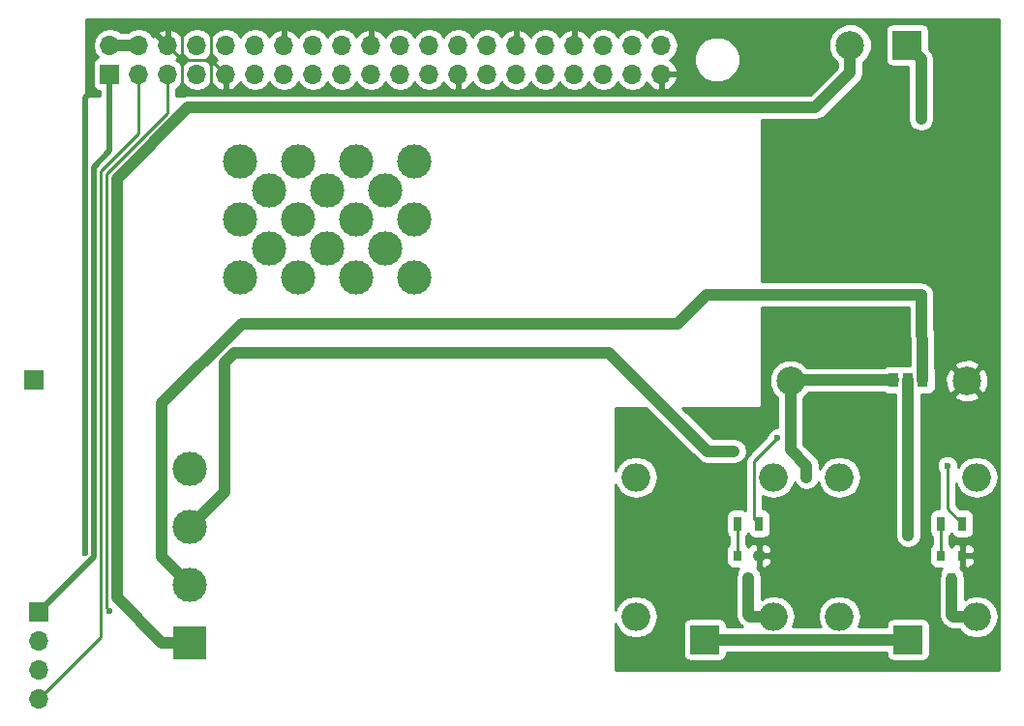
<source format=gbr>
G04 #@! TF.FileFunction,Copper,L2,Bot,Signal*
%FSLAX46Y46*%
G04 Gerber Fmt 4.6, Leading zero omitted, Abs format (unit mm)*
G04 Created by KiCad (PCBNEW 4.0.7) date Sunday 11 February 2018 15:33:06*
%MOMM*%
%LPD*%
G01*
G04 APERTURE LIST*
%ADD10C,0.100000*%
%ADD11C,3.000000*%
%ADD12R,1.700000X1.700000*%
%ADD13O,1.700000X1.700000*%
%ADD14R,2.500000X2.500000*%
%ADD15O,2.500000X2.500000*%
%ADD16R,0.800000X0.900000*%
%ADD17R,0.700000X1.300000*%
%ADD18C,2.500000*%
%ADD19R,0.970000X1.270000*%
%ADD20R,2.999740X2.999740*%
%ADD21C,2.999740*%
%ADD22C,0.600000*%
%ADD23C,0.500000*%
%ADD24C,1.000000*%
%ADD25C,0.250000*%
%ADD26C,0.254000*%
G04 APERTURE END LIST*
D10*
D11*
X200660000Y-106680000D03*
X200660000Y-116840000D03*
X200660000Y-111760000D03*
X198120000Y-114300000D03*
X198120000Y-109220000D03*
X195580000Y-106680000D03*
X190500000Y-106680000D03*
X185420000Y-106680000D03*
X187960000Y-109220000D03*
X193040000Y-109220000D03*
X195580000Y-111760000D03*
X195580000Y-116840000D03*
X193040000Y-114300000D03*
X190500000Y-111760000D03*
X190500000Y-116840000D03*
X187960000Y-114300000D03*
X185420000Y-111760000D03*
D12*
X173990000Y-99060000D03*
D13*
X173990000Y-96520000D03*
X176530000Y-99060000D03*
X176530000Y-96520000D03*
X179070000Y-99060000D03*
X179070000Y-96520000D03*
X181610000Y-99060000D03*
X181610000Y-96520000D03*
X184150000Y-99060000D03*
X184150000Y-96520000D03*
X186690000Y-99060000D03*
X186690000Y-96520000D03*
X189230000Y-99060000D03*
X189230000Y-96520000D03*
X191770000Y-99060000D03*
X191770000Y-96520000D03*
X194310000Y-99060000D03*
X194310000Y-96520000D03*
X196850000Y-99060000D03*
X196850000Y-96520000D03*
X199390000Y-99060000D03*
X199390000Y-96520000D03*
X201930000Y-99060000D03*
X201930000Y-96520000D03*
X204470000Y-99060000D03*
X204470000Y-96520000D03*
X207010000Y-99060000D03*
X207010000Y-96520000D03*
X209550000Y-99060000D03*
X209550000Y-96520000D03*
X212090000Y-99060000D03*
X212090000Y-96520000D03*
X214630000Y-99060000D03*
X214630000Y-96520000D03*
X217170000Y-99060000D03*
X217170000Y-96520000D03*
X219710000Y-99060000D03*
X219710000Y-96520000D03*
X222250000Y-99060000D03*
X222250000Y-96520000D03*
D11*
X185420000Y-116840000D03*
D14*
X243840000Y-148590000D03*
D15*
X249840000Y-146590000D03*
X249840000Y-134390000D03*
X237840000Y-134390000D03*
X237840000Y-146590000D03*
D14*
X226060000Y-148590000D03*
D15*
X232060000Y-146590000D03*
X232060000Y-134390000D03*
X220060000Y-134390000D03*
X220060000Y-146590000D03*
D16*
X246700000Y-141240000D03*
X248600000Y-141240000D03*
X247650000Y-143240000D03*
X228920000Y-141240000D03*
X230820000Y-141240000D03*
X229870000Y-143240000D03*
D17*
X246700000Y-138430000D03*
X248600000Y-138430000D03*
X228920000Y-138430000D03*
X230820000Y-138430000D03*
D14*
X243760000Y-96520000D03*
D18*
X238760000Y-96520000D03*
X248960000Y-125920000D03*
X233560000Y-125920000D03*
D19*
X245110000Y-125857000D03*
X243840000Y-125857000D03*
X242570000Y-125857000D03*
D12*
X167767000Y-146177000D03*
D13*
X167767000Y-148717000D03*
X167767000Y-151257000D03*
X167767000Y-153797000D03*
D12*
X167386000Y-125857000D03*
D20*
X180975000Y-148844000D03*
D21*
X180975000Y-143764000D03*
X180975000Y-138684000D03*
X180975000Y-133604000D03*
D22*
X234950000Y-134366000D03*
X171831000Y-140970000D03*
X232283000Y-95631000D03*
X233426000Y-96774000D03*
X234569000Y-97917000D03*
X235712000Y-99060000D03*
X244983000Y-102997000D03*
X244983000Y-118364000D03*
X243840000Y-139446000D03*
X173990000Y-146050000D03*
X232410000Y-130937000D03*
X247269000Y-133350000D03*
X228600000Y-132080000D03*
D23*
X173990000Y-102362000D02*
X173990000Y-105791000D01*
X173990000Y-99060000D02*
X173990000Y-102362000D01*
X172593000Y-141351000D02*
X167767000Y-146177000D01*
X172593000Y-107188000D02*
X172593000Y-141351000D01*
X173990000Y-105791000D02*
X172593000Y-107188000D01*
D24*
X242570000Y-125857000D02*
X233623000Y-125857000D01*
X233623000Y-125857000D02*
X233560000Y-125920000D01*
X233560000Y-131960000D02*
X233560000Y-125920000D01*
X233560000Y-131960000D02*
X234950000Y-133350000D01*
X234950000Y-134366000D02*
X234950000Y-133350000D01*
X176530000Y-96520000D02*
X173990000Y-96520000D01*
D23*
X171831000Y-101092000D02*
X172339000Y-100584000D01*
X171831000Y-140970000D02*
X171831000Y-101092000D01*
X177546000Y-94996000D02*
X179070000Y-96520000D01*
D25*
X180340000Y-97790000D02*
X180340000Y-95758000D01*
X180340000Y-97790000D02*
X180340000Y-99822000D01*
X182880000Y-97790000D02*
X182880000Y-99822000D01*
X182880000Y-97790000D02*
X182880000Y-95758000D01*
X179070000Y-96520000D02*
X180340000Y-97790000D01*
X182880000Y-97790000D02*
X184150000Y-99060000D01*
X180340000Y-97790000D02*
X182880000Y-97790000D01*
D24*
X230820000Y-141240000D02*
X230836000Y-141224000D01*
D25*
X247650000Y-143240000D02*
X247650000Y-143290000D01*
D24*
X247650000Y-143290000D02*
X247650000Y-146440000D01*
X249840000Y-146590000D02*
X247800000Y-146590000D01*
X247800000Y-146590000D02*
X247650000Y-146440000D01*
X229870000Y-143240000D02*
X229870000Y-146440000D01*
X229870000Y-146440000D02*
X229870000Y-146050000D01*
X229870000Y-146050000D02*
X229870000Y-146440000D01*
X232060000Y-146590000D02*
X230020000Y-146590000D01*
X230020000Y-146590000D02*
X229870000Y-146440000D01*
D25*
X246700000Y-141240000D02*
X246700000Y-138430000D01*
X228920000Y-141240000D02*
X228920000Y-138430000D01*
D24*
X180975000Y-148844000D02*
X178562000Y-148844000D01*
X238760000Y-98933000D02*
X235712000Y-101981000D01*
X235712000Y-101981000D02*
X180848000Y-101981000D01*
X238760000Y-98933000D02*
X238760000Y-96520000D01*
X174625000Y-108204000D02*
X180848000Y-101981000D01*
X174625000Y-144907000D02*
X174625000Y-108204000D01*
X178562000Y-148844000D02*
X174625000Y-144907000D01*
X243760000Y-96520000D02*
X244983000Y-97743000D01*
X244983000Y-97743000D02*
X244983000Y-102997000D01*
X226441000Y-118364000D02*
X226187000Y-118364000D01*
X178562000Y-141351000D02*
X180975000Y-143764000D01*
X178562000Y-127889000D02*
X178562000Y-141351000D01*
X185547000Y-120904000D02*
X178562000Y-127889000D01*
X223647000Y-120904000D02*
X185547000Y-120904000D01*
X226187000Y-118364000D02*
X223647000Y-120904000D01*
X244983000Y-118364000D02*
X226441000Y-118364000D01*
X244983000Y-118364000D02*
X245110000Y-125857000D01*
X226060000Y-148590000D02*
X243840000Y-148590000D01*
X243840000Y-125857000D02*
X243840000Y-139446000D01*
D25*
X173736000Y-142040796D02*
X173736000Y-145796000D01*
X179070000Y-102489000D02*
X173736000Y-107823000D01*
X173736000Y-107823000D02*
X173736000Y-142040796D01*
X179070000Y-99060000D02*
X179070000Y-102489000D01*
X173736000Y-145796000D02*
X173990000Y-146050000D01*
X173228000Y-138938000D02*
X173228000Y-148336000D01*
X173228000Y-148336000D02*
X167767000Y-153797000D01*
X176530000Y-99060000D02*
X176530000Y-104267000D01*
X173228000Y-107569000D02*
X173228000Y-138938000D01*
X173228000Y-138938000D02*
X173228000Y-138956692D01*
X176530000Y-104267000D02*
X173228000Y-107569000D01*
X230820000Y-138430000D02*
X230378000Y-137988000D01*
X230378000Y-132969000D02*
X232410000Y-130937000D01*
X230378000Y-137988000D02*
X230378000Y-132969000D01*
X247299500Y-137129500D02*
X247269000Y-137099000D01*
X247269000Y-137099000D02*
X247269000Y-133350000D01*
X248600000Y-138430000D02*
X247299500Y-137129500D01*
X247299500Y-137129500D02*
X247269000Y-137099000D01*
X248600000Y-138430000D02*
X248600000Y-138364000D01*
D24*
X184023000Y-134366000D02*
X184023000Y-135636000D01*
X184023000Y-135636000D02*
X180975000Y-138684000D01*
X184023000Y-124333000D02*
X184023000Y-134366000D01*
X184023000Y-134366000D02*
X184023000Y-134620000D01*
X184912000Y-123444000D02*
X184023000Y-124333000D01*
X217678000Y-123444000D02*
X184912000Y-123444000D01*
X226314000Y-132080000D02*
X217678000Y-123444000D01*
X227330000Y-132080000D02*
X226314000Y-132080000D01*
X228600000Y-132080000D02*
X227330000Y-132080000D01*
D26*
G36*
X251766000Y-151257000D02*
X218261000Y-151257000D01*
X218261000Y-147208006D01*
X218281558Y-147311358D01*
X218690175Y-147922896D01*
X219301713Y-148331513D01*
X220023071Y-148475000D01*
X220096929Y-148475000D01*
X220818287Y-148331513D01*
X221429825Y-147922896D01*
X221838442Y-147311358D01*
X221981929Y-146590000D01*
X221838442Y-145868642D01*
X221429825Y-145257104D01*
X220818287Y-144848487D01*
X220096929Y-144705000D01*
X220023071Y-144705000D01*
X219301713Y-144848487D01*
X218690175Y-145257104D01*
X218281558Y-145868642D01*
X218261000Y-145971994D01*
X218261000Y-135008006D01*
X218281558Y-135111358D01*
X218690175Y-135722896D01*
X219301713Y-136131513D01*
X220023071Y-136275000D01*
X220096929Y-136275000D01*
X220818287Y-136131513D01*
X221429825Y-135722896D01*
X221838442Y-135111358D01*
X221981929Y-134390000D01*
X221838442Y-133668642D01*
X221429825Y-133057104D01*
X220818287Y-132648487D01*
X220096929Y-132505000D01*
X220023071Y-132505000D01*
X219301713Y-132648487D01*
X218690175Y-133057104D01*
X218281558Y-133668642D01*
X218261000Y-133771994D01*
X218261000Y-128270000D01*
X220898868Y-128270000D01*
X225511434Y-132882566D01*
X225879654Y-133128603D01*
X226314000Y-133215000D01*
X228600000Y-133215000D01*
X229034346Y-133128603D01*
X229402566Y-132882566D01*
X229648603Y-132514346D01*
X229735000Y-132080000D01*
X229648603Y-131645654D01*
X229402566Y-131277434D01*
X229034346Y-131031397D01*
X228600000Y-130945000D01*
X226784132Y-130945000D01*
X224109132Y-128270000D01*
X230886000Y-128270000D01*
X230935410Y-128259994D01*
X230977035Y-128231553D01*
X231004315Y-128189159D01*
X231013000Y-128143000D01*
X231013000Y-119499000D01*
X243867074Y-119499000D01*
X243953101Y-124574560D01*
X243355000Y-124574560D01*
X243199493Y-124603821D01*
X243055000Y-124574560D01*
X242085000Y-124574560D01*
X241849683Y-124618838D01*
X241689365Y-124722000D01*
X235027558Y-124722000D01*
X234629161Y-124322907D01*
X233936595Y-124035328D01*
X233186695Y-124034674D01*
X232493628Y-124321043D01*
X231962907Y-124850839D01*
X231675328Y-125543405D01*
X231674674Y-126293305D01*
X231961043Y-126986372D01*
X232425000Y-127451139D01*
X232425000Y-130002012D01*
X232224833Y-130001838D01*
X231881057Y-130143883D01*
X231617808Y-130406673D01*
X231475162Y-130750201D01*
X231475121Y-130797077D01*
X229840599Y-132431599D01*
X229675852Y-132678161D01*
X229618000Y-132969000D01*
X229618000Y-137249238D01*
X229521890Y-137183569D01*
X229270000Y-137132560D01*
X228570000Y-137132560D01*
X228334683Y-137176838D01*
X228118559Y-137315910D01*
X227973569Y-137528110D01*
X227922560Y-137780000D01*
X227922560Y-139080000D01*
X227966838Y-139315317D01*
X228105910Y-139531441D01*
X228160000Y-139568399D01*
X228160000Y-140267069D01*
X228068559Y-140325910D01*
X227923569Y-140538110D01*
X227872560Y-140790000D01*
X227872560Y-141690000D01*
X227916838Y-141925317D01*
X228055910Y-142141441D01*
X228268110Y-142286431D01*
X228520000Y-142337440D01*
X229010681Y-142337440D01*
X228873569Y-142538110D01*
X228822560Y-142790000D01*
X228822560Y-142803913D01*
X228821397Y-142805654D01*
X228735000Y-143240000D01*
X228735000Y-146440000D01*
X228821397Y-146874346D01*
X228978063Y-147108813D01*
X229067434Y-147242566D01*
X229217434Y-147392566D01*
X229310873Y-147455000D01*
X227957440Y-147455000D01*
X227957440Y-147340000D01*
X227913162Y-147104683D01*
X227774090Y-146888559D01*
X227561890Y-146743569D01*
X227310000Y-146692560D01*
X224810000Y-146692560D01*
X224574683Y-146736838D01*
X224358559Y-146875910D01*
X224213569Y-147088110D01*
X224162560Y-147340000D01*
X224162560Y-149840000D01*
X224206838Y-150075317D01*
X224345910Y-150291441D01*
X224558110Y-150436431D01*
X224810000Y-150487440D01*
X227310000Y-150487440D01*
X227545317Y-150443162D01*
X227761441Y-150304090D01*
X227906431Y-150091890D01*
X227957440Y-149840000D01*
X227957440Y-149725000D01*
X241942560Y-149725000D01*
X241942560Y-149840000D01*
X241986838Y-150075317D01*
X242125910Y-150291441D01*
X242338110Y-150436431D01*
X242590000Y-150487440D01*
X245090000Y-150487440D01*
X245325317Y-150443162D01*
X245541441Y-150304090D01*
X245686431Y-150091890D01*
X245737440Y-149840000D01*
X245737440Y-147340000D01*
X245693162Y-147104683D01*
X245554090Y-146888559D01*
X245341890Y-146743569D01*
X245090000Y-146692560D01*
X242590000Y-146692560D01*
X242354683Y-146736838D01*
X242138559Y-146875910D01*
X241993569Y-147088110D01*
X241942560Y-147340000D01*
X241942560Y-147455000D01*
X239522463Y-147455000D01*
X239618442Y-147311358D01*
X239761929Y-146590000D01*
X239618442Y-145868642D01*
X239209825Y-145257104D01*
X238598287Y-144848487D01*
X237876929Y-144705000D01*
X237803071Y-144705000D01*
X237081713Y-144848487D01*
X236470175Y-145257104D01*
X236061558Y-145868642D01*
X235918071Y-146590000D01*
X236061558Y-147311358D01*
X236157537Y-147455000D01*
X233742463Y-147455000D01*
X233838442Y-147311358D01*
X233981929Y-146590000D01*
X233838442Y-145868642D01*
X233429825Y-145257104D01*
X232818287Y-144848487D01*
X232096929Y-144705000D01*
X232023071Y-144705000D01*
X231301713Y-144848487D01*
X231005000Y-145046744D01*
X231005000Y-143240000D01*
X230918603Y-142805654D01*
X230917440Y-142803913D01*
X230917440Y-142790000D01*
X230873162Y-142554683D01*
X230734090Y-142338559D01*
X230607314Y-142251936D01*
X230693000Y-142166250D01*
X230693000Y-141367000D01*
X230947000Y-141367000D01*
X230947000Y-142166250D01*
X231105750Y-142325000D01*
X231346310Y-142325000D01*
X231579699Y-142228327D01*
X231758327Y-142049698D01*
X231855000Y-141816309D01*
X231855000Y-141525750D01*
X231696250Y-141367000D01*
X230947000Y-141367000D01*
X230693000Y-141367000D01*
X230673000Y-141367000D01*
X230673000Y-141113000D01*
X230693000Y-141113000D01*
X230693000Y-140313750D01*
X230947000Y-140313750D01*
X230947000Y-141113000D01*
X231696250Y-141113000D01*
X231855000Y-140954250D01*
X231855000Y-140790000D01*
X245652560Y-140790000D01*
X245652560Y-141690000D01*
X245696838Y-141925317D01*
X245835910Y-142141441D01*
X246048110Y-142286431D01*
X246300000Y-142337440D01*
X246790681Y-142337440D01*
X246653569Y-142538110D01*
X246602560Y-142790000D01*
X246602560Y-142853913D01*
X246601397Y-142855654D01*
X246515000Y-143290000D01*
X246515000Y-146440000D01*
X246601397Y-146874346D01*
X246758063Y-147108813D01*
X246847434Y-147242566D01*
X246997434Y-147392566D01*
X247365654Y-147638603D01*
X247800000Y-147725000D01*
X248337945Y-147725000D01*
X248470175Y-147922896D01*
X249081713Y-148331513D01*
X249803071Y-148475000D01*
X249876929Y-148475000D01*
X250598287Y-148331513D01*
X251209825Y-147922896D01*
X251618442Y-147311358D01*
X251761929Y-146590000D01*
X251618442Y-145868642D01*
X251209825Y-145257104D01*
X250598287Y-144848487D01*
X249876929Y-144705000D01*
X249803071Y-144705000D01*
X249081713Y-144848487D01*
X248785000Y-145046744D01*
X248785000Y-143290000D01*
X248698603Y-142855654D01*
X248697440Y-142853913D01*
X248697440Y-142790000D01*
X248653162Y-142554683D01*
X248514090Y-142338559D01*
X248387314Y-142251936D01*
X248473000Y-142166250D01*
X248473000Y-141367000D01*
X248727000Y-141367000D01*
X248727000Y-142166250D01*
X248885750Y-142325000D01*
X249126310Y-142325000D01*
X249359699Y-142228327D01*
X249538327Y-142049698D01*
X249635000Y-141816309D01*
X249635000Y-141525750D01*
X249476250Y-141367000D01*
X248727000Y-141367000D01*
X248473000Y-141367000D01*
X248453000Y-141367000D01*
X248453000Y-141113000D01*
X248473000Y-141113000D01*
X248473000Y-140313750D01*
X248727000Y-140313750D01*
X248727000Y-141113000D01*
X249476250Y-141113000D01*
X249635000Y-140954250D01*
X249635000Y-140663691D01*
X249538327Y-140430302D01*
X249359699Y-140251673D01*
X249126310Y-140155000D01*
X248885750Y-140155000D01*
X248727000Y-140313750D01*
X248473000Y-140313750D01*
X248314250Y-140155000D01*
X248073690Y-140155000D01*
X247840301Y-140251673D01*
X247661673Y-140430302D01*
X247646577Y-140466747D01*
X247564090Y-140338559D01*
X247460000Y-140267437D01*
X247460000Y-139570757D01*
X247501441Y-139544090D01*
X247646431Y-139331890D01*
X247649081Y-139318803D01*
X247785910Y-139531441D01*
X247998110Y-139676431D01*
X248250000Y-139727440D01*
X248950000Y-139727440D01*
X249185317Y-139683162D01*
X249401441Y-139544090D01*
X249546431Y-139331890D01*
X249597440Y-139080000D01*
X249597440Y-137780000D01*
X249553162Y-137544683D01*
X249414090Y-137328559D01*
X249201890Y-137183569D01*
X248950000Y-137132560D01*
X248377362Y-137132560D01*
X248029000Y-136784198D01*
X248029000Y-134947678D01*
X248061558Y-135111358D01*
X248470175Y-135722896D01*
X249081713Y-136131513D01*
X249803071Y-136275000D01*
X249876929Y-136275000D01*
X250598287Y-136131513D01*
X251209825Y-135722896D01*
X251618442Y-135111358D01*
X251761929Y-134390000D01*
X251618442Y-133668642D01*
X251209825Y-133057104D01*
X250598287Y-132648487D01*
X249876929Y-132505000D01*
X249803071Y-132505000D01*
X249081713Y-132648487D01*
X248470175Y-133057104D01*
X248203909Y-133455599D01*
X248204162Y-133164833D01*
X248062117Y-132821057D01*
X247799327Y-132557808D01*
X247455799Y-132415162D01*
X247083833Y-132414838D01*
X246740057Y-132556883D01*
X246476808Y-132819673D01*
X246334162Y-133163201D01*
X246333838Y-133535167D01*
X246475883Y-133878943D01*
X246509000Y-133912118D01*
X246509000Y-137099000D01*
X246515676Y-137132560D01*
X246350000Y-137132560D01*
X246114683Y-137176838D01*
X245898559Y-137315910D01*
X245753569Y-137528110D01*
X245702560Y-137780000D01*
X245702560Y-139080000D01*
X245746838Y-139315317D01*
X245885910Y-139531441D01*
X245940000Y-139568399D01*
X245940000Y-140267069D01*
X245848559Y-140325910D01*
X245703569Y-140538110D01*
X245652560Y-140790000D01*
X231855000Y-140790000D01*
X231855000Y-140663691D01*
X231758327Y-140430302D01*
X231579699Y-140251673D01*
X231346310Y-140155000D01*
X231105750Y-140155000D01*
X230947000Y-140313750D01*
X230693000Y-140313750D01*
X230534250Y-140155000D01*
X230293690Y-140155000D01*
X230060301Y-140251673D01*
X229881673Y-140430302D01*
X229866577Y-140466747D01*
X229784090Y-140338559D01*
X229680000Y-140267437D01*
X229680000Y-139570757D01*
X229721441Y-139544090D01*
X229866431Y-139331890D01*
X229869081Y-139318803D01*
X230005910Y-139531441D01*
X230218110Y-139676431D01*
X230470000Y-139727440D01*
X231170000Y-139727440D01*
X231405317Y-139683162D01*
X231621441Y-139544090D01*
X231766431Y-139331890D01*
X231817440Y-139080000D01*
X231817440Y-137780000D01*
X231773162Y-137544683D01*
X231634090Y-137328559D01*
X231421890Y-137183569D01*
X231170000Y-137132560D01*
X231138000Y-137132560D01*
X231138000Y-136022123D01*
X231301713Y-136131513D01*
X232023071Y-136275000D01*
X232096929Y-136275000D01*
X232818287Y-136131513D01*
X233429825Y-135722896D01*
X233838442Y-135111358D01*
X233900852Y-134797604D01*
X233901397Y-134800346D01*
X234147434Y-135168566D01*
X234515654Y-135414603D01*
X234950000Y-135501000D01*
X235384346Y-135414603D01*
X235752566Y-135168566D01*
X235998603Y-134800346D01*
X235999148Y-134797604D01*
X236061558Y-135111358D01*
X236470175Y-135722896D01*
X237081713Y-136131513D01*
X237803071Y-136275000D01*
X237876929Y-136275000D01*
X238598287Y-136131513D01*
X239209825Y-135722896D01*
X239618442Y-135111358D01*
X239761929Y-134390000D01*
X239618442Y-133668642D01*
X239209825Y-133057104D01*
X238598287Y-132648487D01*
X237876929Y-132505000D01*
X237803071Y-132505000D01*
X237081713Y-132648487D01*
X236470175Y-133057104D01*
X236085000Y-133633559D01*
X236085000Y-133350000D01*
X235998603Y-132915654D01*
X235752566Y-132547434D01*
X234695000Y-131489868D01*
X234695000Y-127450449D01*
X235154249Y-126992000D01*
X241691978Y-126992000D01*
X241833110Y-127088431D01*
X242085000Y-127139440D01*
X242705000Y-127139440D01*
X242705000Y-139446000D01*
X242791397Y-139880346D01*
X243037434Y-140248566D01*
X243405654Y-140494603D01*
X243840000Y-140581000D01*
X244274346Y-140494603D01*
X244642566Y-140248566D01*
X244888603Y-139880346D01*
X244975000Y-139446000D01*
X244975000Y-127253320D01*
X247806285Y-127253320D01*
X247935533Y-127546123D01*
X248635806Y-127814388D01*
X249385435Y-127794250D01*
X249984467Y-127546123D01*
X250113715Y-127253320D01*
X248960000Y-126099605D01*
X247806285Y-127253320D01*
X244975000Y-127253320D01*
X244975000Y-127139440D01*
X245595000Y-127139440D01*
X245830317Y-127095162D01*
X246046441Y-126956090D01*
X246191431Y-126743890D01*
X246242440Y-126492000D01*
X246242440Y-125850982D01*
X246244837Y-125837765D01*
X246242440Y-125696342D01*
X246242440Y-125595806D01*
X247065612Y-125595806D01*
X247085750Y-126345435D01*
X247333877Y-126944467D01*
X247626680Y-127073715D01*
X248780395Y-125920000D01*
X249139605Y-125920000D01*
X250293320Y-127073715D01*
X250586123Y-126944467D01*
X250854388Y-126244194D01*
X250834250Y-125494565D01*
X250586123Y-124895533D01*
X250293320Y-124766285D01*
X249139605Y-125920000D01*
X248780395Y-125920000D01*
X247626680Y-124766285D01*
X247333877Y-124895533D01*
X247065612Y-125595806D01*
X246242440Y-125595806D01*
X246242440Y-125222000D01*
X246233604Y-125175043D01*
X246223632Y-124586680D01*
X247806285Y-124586680D01*
X248960000Y-125740395D01*
X250113715Y-124586680D01*
X249984467Y-124293877D01*
X249284194Y-124025612D01*
X248534565Y-124045750D01*
X247935533Y-124293877D01*
X247806285Y-124586680D01*
X246223632Y-124586680D01*
X246117837Y-118344765D01*
X246072959Y-118137563D01*
X246031603Y-117929654D01*
X246026165Y-117921515D01*
X246024092Y-117911946D01*
X245903334Y-117737686D01*
X245785566Y-117561434D01*
X245777427Y-117555996D01*
X245771850Y-117547948D01*
X245593609Y-117433172D01*
X245417346Y-117315397D01*
X245407744Y-117313487D01*
X245399513Y-117308187D01*
X245190930Y-117270360D01*
X244983000Y-117229000D01*
X231013000Y-117229000D01*
X231013000Y-103116000D01*
X235712000Y-103116000D01*
X236146346Y-103029603D01*
X236514566Y-102783566D01*
X239562566Y-99735566D01*
X239808603Y-99367346D01*
X239895000Y-98933000D01*
X239895000Y-98050449D01*
X240357093Y-97589161D01*
X240644672Y-96896595D01*
X240645326Y-96146695D01*
X240358957Y-95453628D01*
X240175650Y-95270000D01*
X241862560Y-95270000D01*
X241862560Y-97770000D01*
X241906838Y-98005317D01*
X242045910Y-98221441D01*
X242258110Y-98366431D01*
X242510000Y-98417440D01*
X243848000Y-98417440D01*
X243848000Y-102997000D01*
X243934397Y-103431346D01*
X244180434Y-103799566D01*
X244548654Y-104045603D01*
X244983000Y-104132000D01*
X245417346Y-104045603D01*
X245785566Y-103799566D01*
X246031603Y-103431346D01*
X246118000Y-102997000D01*
X246118000Y-97743000D01*
X246031603Y-97308654D01*
X245785566Y-96940434D01*
X245657440Y-96812308D01*
X245657440Y-95270000D01*
X245613162Y-95034683D01*
X245474090Y-94818559D01*
X245261890Y-94673569D01*
X245010000Y-94622560D01*
X242510000Y-94622560D01*
X242274683Y-94666838D01*
X242058559Y-94805910D01*
X241913569Y-95018110D01*
X241862560Y-95270000D01*
X240175650Y-95270000D01*
X239829161Y-94922907D01*
X239136595Y-94635328D01*
X238386695Y-94634674D01*
X237693628Y-94921043D01*
X237162907Y-95450839D01*
X236875328Y-96143405D01*
X236874674Y-96893305D01*
X237161043Y-97586372D01*
X237625000Y-98051139D01*
X237625000Y-98462868D01*
X235241868Y-100846000D01*
X180848000Y-100846000D01*
X180413654Y-100932397D01*
X180364860Y-100965000D01*
X179830000Y-100965000D01*
X179830000Y-100332954D01*
X180120054Y-100139147D01*
X180340000Y-99809974D01*
X180559946Y-100139147D01*
X181041715Y-100461054D01*
X181610000Y-100574093D01*
X182178285Y-100461054D01*
X182660054Y-100139147D01*
X182887702Y-99798447D01*
X182954817Y-99941358D01*
X183383076Y-100331645D01*
X183793110Y-100501476D01*
X184023000Y-100380155D01*
X184023000Y-99187000D01*
X184003000Y-99187000D01*
X184003000Y-98933000D01*
X184023000Y-98933000D01*
X184023000Y-98913000D01*
X184277000Y-98913000D01*
X184277000Y-98933000D01*
X184297000Y-98933000D01*
X184297000Y-99187000D01*
X184277000Y-99187000D01*
X184277000Y-100380155D01*
X184506890Y-100501476D01*
X184916924Y-100331645D01*
X185345183Y-99941358D01*
X185412298Y-99798447D01*
X185639946Y-100139147D01*
X186121715Y-100461054D01*
X186690000Y-100574093D01*
X187258285Y-100461054D01*
X187740054Y-100139147D01*
X187960000Y-99809974D01*
X188179946Y-100139147D01*
X188661715Y-100461054D01*
X189230000Y-100574093D01*
X189798285Y-100461054D01*
X190280054Y-100139147D01*
X190500000Y-99809974D01*
X190719946Y-100139147D01*
X191201715Y-100461054D01*
X191770000Y-100574093D01*
X192338285Y-100461054D01*
X192820054Y-100139147D01*
X193040000Y-99809974D01*
X193259946Y-100139147D01*
X193741715Y-100461054D01*
X194310000Y-100574093D01*
X194878285Y-100461054D01*
X195360054Y-100139147D01*
X195580000Y-99809974D01*
X195799946Y-100139147D01*
X196281715Y-100461054D01*
X196850000Y-100574093D01*
X197418285Y-100461054D01*
X197900054Y-100139147D01*
X198120000Y-99809974D01*
X198339946Y-100139147D01*
X198821715Y-100461054D01*
X199390000Y-100574093D01*
X199958285Y-100461054D01*
X200440054Y-100139147D01*
X200660000Y-99809974D01*
X200879946Y-100139147D01*
X201361715Y-100461054D01*
X201930000Y-100574093D01*
X202498285Y-100461054D01*
X202980054Y-100139147D01*
X203207702Y-99798447D01*
X203274817Y-99941358D01*
X203703076Y-100331645D01*
X204113110Y-100501476D01*
X204343000Y-100380155D01*
X204343000Y-99187000D01*
X204323000Y-99187000D01*
X204323000Y-98933000D01*
X204343000Y-98933000D01*
X204343000Y-98913000D01*
X204597000Y-98913000D01*
X204597000Y-98933000D01*
X204617000Y-98933000D01*
X204617000Y-99187000D01*
X204597000Y-99187000D01*
X204597000Y-100380155D01*
X204826890Y-100501476D01*
X205236924Y-100331645D01*
X205665183Y-99941358D01*
X205732298Y-99798447D01*
X205959946Y-100139147D01*
X206441715Y-100461054D01*
X207010000Y-100574093D01*
X207578285Y-100461054D01*
X208060054Y-100139147D01*
X208280000Y-99809974D01*
X208499946Y-100139147D01*
X208981715Y-100461054D01*
X209550000Y-100574093D01*
X210118285Y-100461054D01*
X210600054Y-100139147D01*
X210820000Y-99809974D01*
X211039946Y-100139147D01*
X211521715Y-100461054D01*
X212090000Y-100574093D01*
X212658285Y-100461054D01*
X213140054Y-100139147D01*
X213360000Y-99809974D01*
X213579946Y-100139147D01*
X214061715Y-100461054D01*
X214630000Y-100574093D01*
X215198285Y-100461054D01*
X215680054Y-100139147D01*
X215900000Y-99809974D01*
X216119946Y-100139147D01*
X216601715Y-100461054D01*
X217170000Y-100574093D01*
X217738285Y-100461054D01*
X218220054Y-100139147D01*
X218440000Y-99809974D01*
X218659946Y-100139147D01*
X219141715Y-100461054D01*
X219710000Y-100574093D01*
X220278285Y-100461054D01*
X220760054Y-100139147D01*
X220987702Y-99798447D01*
X221054817Y-99941358D01*
X221483076Y-100331645D01*
X221893110Y-100501476D01*
X222123000Y-100380155D01*
X222123000Y-99187000D01*
X222377000Y-99187000D01*
X222377000Y-100380155D01*
X222606890Y-100501476D01*
X223016924Y-100331645D01*
X223445183Y-99941358D01*
X223691486Y-99416892D01*
X223570819Y-99187000D01*
X222377000Y-99187000D01*
X222123000Y-99187000D01*
X222103000Y-99187000D01*
X222103000Y-98933000D01*
X222123000Y-98933000D01*
X222123000Y-98913000D01*
X222377000Y-98913000D01*
X222377000Y-98933000D01*
X223570819Y-98933000D01*
X223691486Y-98703108D01*
X223449606Y-98188060D01*
X225109652Y-98188060D01*
X225415012Y-98927086D01*
X225979940Y-99493001D01*
X226718432Y-99799650D01*
X227518060Y-99800348D01*
X228257086Y-99494988D01*
X228823001Y-98930060D01*
X229129650Y-98191568D01*
X229130348Y-97391940D01*
X228824988Y-96652914D01*
X228260060Y-96086999D01*
X227521568Y-95780350D01*
X226721940Y-95779652D01*
X225982914Y-96085012D01*
X225416999Y-96649940D01*
X225110350Y-97388432D01*
X225109652Y-98188060D01*
X223449606Y-98188060D01*
X223445183Y-98178642D01*
X223016924Y-97788355D01*
X223016899Y-97788345D01*
X223300054Y-97599147D01*
X223621961Y-97117378D01*
X223735000Y-96549093D01*
X223735000Y-96490907D01*
X223621961Y-95922622D01*
X223300054Y-95440853D01*
X222818285Y-95118946D01*
X222250000Y-95005907D01*
X221681715Y-95118946D01*
X221199946Y-95440853D01*
X220980000Y-95770026D01*
X220760054Y-95440853D01*
X220278285Y-95118946D01*
X219710000Y-95005907D01*
X219141715Y-95118946D01*
X218659946Y-95440853D01*
X218440000Y-95770026D01*
X218220054Y-95440853D01*
X217738285Y-95118946D01*
X217170000Y-95005907D01*
X216601715Y-95118946D01*
X216119946Y-95440853D01*
X215892298Y-95781553D01*
X215825183Y-95638642D01*
X215396924Y-95248355D01*
X214986890Y-95078524D01*
X214757000Y-95199845D01*
X214757000Y-96393000D01*
X214777000Y-96393000D01*
X214777000Y-96647000D01*
X214757000Y-96647000D01*
X214757000Y-96667000D01*
X214503000Y-96667000D01*
X214503000Y-96647000D01*
X214483000Y-96647000D01*
X214483000Y-96393000D01*
X214503000Y-96393000D01*
X214503000Y-95199845D01*
X214273110Y-95078524D01*
X213863076Y-95248355D01*
X213434817Y-95638642D01*
X213367702Y-95781553D01*
X213140054Y-95440853D01*
X212658285Y-95118946D01*
X212090000Y-95005907D01*
X211521715Y-95118946D01*
X211039946Y-95440853D01*
X210812298Y-95781553D01*
X210745183Y-95638642D01*
X210316924Y-95248355D01*
X209906890Y-95078524D01*
X209677000Y-95199845D01*
X209677000Y-96393000D01*
X209697000Y-96393000D01*
X209697000Y-96647000D01*
X209677000Y-96647000D01*
X209677000Y-96667000D01*
X209423000Y-96667000D01*
X209423000Y-96647000D01*
X209403000Y-96647000D01*
X209403000Y-96393000D01*
X209423000Y-96393000D01*
X209423000Y-95199845D01*
X209193110Y-95078524D01*
X208783076Y-95248355D01*
X208354817Y-95638642D01*
X208287702Y-95781553D01*
X208060054Y-95440853D01*
X207578285Y-95118946D01*
X207010000Y-95005907D01*
X206441715Y-95118946D01*
X205959946Y-95440853D01*
X205740000Y-95770026D01*
X205520054Y-95440853D01*
X205038285Y-95118946D01*
X204470000Y-95005907D01*
X203901715Y-95118946D01*
X203419946Y-95440853D01*
X203200000Y-95770026D01*
X202980054Y-95440853D01*
X202498285Y-95118946D01*
X201930000Y-95005907D01*
X201361715Y-95118946D01*
X200879946Y-95440853D01*
X200660000Y-95770026D01*
X200440054Y-95440853D01*
X199958285Y-95118946D01*
X199390000Y-95005907D01*
X198821715Y-95118946D01*
X198339946Y-95440853D01*
X198112298Y-95781553D01*
X198045183Y-95638642D01*
X197616924Y-95248355D01*
X197206890Y-95078524D01*
X196977000Y-95199845D01*
X196977000Y-96393000D01*
X196997000Y-96393000D01*
X196997000Y-96647000D01*
X196977000Y-96647000D01*
X196977000Y-96667000D01*
X196723000Y-96667000D01*
X196723000Y-96647000D01*
X196703000Y-96647000D01*
X196703000Y-96393000D01*
X196723000Y-96393000D01*
X196723000Y-95199845D01*
X196493110Y-95078524D01*
X196083076Y-95248355D01*
X195654817Y-95638642D01*
X195587702Y-95781553D01*
X195360054Y-95440853D01*
X194878285Y-95118946D01*
X194310000Y-95005907D01*
X193741715Y-95118946D01*
X193259946Y-95440853D01*
X193040000Y-95770026D01*
X192820054Y-95440853D01*
X192338285Y-95118946D01*
X191770000Y-95005907D01*
X191201715Y-95118946D01*
X190719946Y-95440853D01*
X190492298Y-95781553D01*
X190425183Y-95638642D01*
X189996924Y-95248355D01*
X189586890Y-95078524D01*
X189357000Y-95199845D01*
X189357000Y-96393000D01*
X189377000Y-96393000D01*
X189377000Y-96647000D01*
X189357000Y-96647000D01*
X189357000Y-96667000D01*
X189103000Y-96667000D01*
X189103000Y-96647000D01*
X189083000Y-96647000D01*
X189083000Y-96393000D01*
X189103000Y-96393000D01*
X189103000Y-95199845D01*
X188873110Y-95078524D01*
X188463076Y-95248355D01*
X188034817Y-95638642D01*
X187967702Y-95781553D01*
X187740054Y-95440853D01*
X187258285Y-95118946D01*
X186690000Y-95005907D01*
X186121715Y-95118946D01*
X185639946Y-95440853D01*
X185420000Y-95770026D01*
X185200054Y-95440853D01*
X184718285Y-95118946D01*
X184150000Y-95005907D01*
X183581715Y-95118946D01*
X183099946Y-95440853D01*
X182880000Y-95770026D01*
X182660054Y-95440853D01*
X182178285Y-95118946D01*
X181610000Y-95005907D01*
X181041715Y-95118946D01*
X180559946Y-95440853D01*
X180332298Y-95781553D01*
X180265183Y-95638642D01*
X179836924Y-95248355D01*
X179426890Y-95078524D01*
X179197000Y-95199845D01*
X179197000Y-96393000D01*
X179217000Y-96393000D01*
X179217000Y-96647000D01*
X179197000Y-96647000D01*
X179197000Y-96667000D01*
X178943000Y-96667000D01*
X178943000Y-96647000D01*
X178923000Y-96647000D01*
X178923000Y-96393000D01*
X178943000Y-96393000D01*
X178943000Y-95199845D01*
X178713110Y-95078524D01*
X178303076Y-95248355D01*
X177874817Y-95638642D01*
X177807702Y-95781553D01*
X177580054Y-95440853D01*
X177098285Y-95118946D01*
X176530000Y-95005907D01*
X175961715Y-95118946D01*
X175563536Y-95385000D01*
X174956464Y-95385000D01*
X174558285Y-95118946D01*
X173990000Y-95005907D01*
X173421715Y-95118946D01*
X172939946Y-95440853D01*
X172618039Y-95922622D01*
X172505000Y-96490907D01*
X172505000Y-96549093D01*
X172618039Y-97117378D01*
X172939946Y-97599147D01*
X172941179Y-97599971D01*
X172904683Y-97606838D01*
X172688559Y-97745910D01*
X172543569Y-97958110D01*
X172492560Y-98210000D01*
X172492560Y-99910000D01*
X172536838Y-100145317D01*
X172675910Y-100361441D01*
X172888110Y-100506431D01*
X173105000Y-100550352D01*
X173105000Y-100965000D01*
X171958000Y-100965000D01*
X171958000Y-94234000D01*
X251766000Y-94234000D01*
X251766000Y-151257000D01*
X251766000Y-151257000D01*
G37*
X251766000Y-151257000D02*
X218261000Y-151257000D01*
X218261000Y-147208006D01*
X218281558Y-147311358D01*
X218690175Y-147922896D01*
X219301713Y-148331513D01*
X220023071Y-148475000D01*
X220096929Y-148475000D01*
X220818287Y-148331513D01*
X221429825Y-147922896D01*
X221838442Y-147311358D01*
X221981929Y-146590000D01*
X221838442Y-145868642D01*
X221429825Y-145257104D01*
X220818287Y-144848487D01*
X220096929Y-144705000D01*
X220023071Y-144705000D01*
X219301713Y-144848487D01*
X218690175Y-145257104D01*
X218281558Y-145868642D01*
X218261000Y-145971994D01*
X218261000Y-135008006D01*
X218281558Y-135111358D01*
X218690175Y-135722896D01*
X219301713Y-136131513D01*
X220023071Y-136275000D01*
X220096929Y-136275000D01*
X220818287Y-136131513D01*
X221429825Y-135722896D01*
X221838442Y-135111358D01*
X221981929Y-134390000D01*
X221838442Y-133668642D01*
X221429825Y-133057104D01*
X220818287Y-132648487D01*
X220096929Y-132505000D01*
X220023071Y-132505000D01*
X219301713Y-132648487D01*
X218690175Y-133057104D01*
X218281558Y-133668642D01*
X218261000Y-133771994D01*
X218261000Y-128270000D01*
X220898868Y-128270000D01*
X225511434Y-132882566D01*
X225879654Y-133128603D01*
X226314000Y-133215000D01*
X228600000Y-133215000D01*
X229034346Y-133128603D01*
X229402566Y-132882566D01*
X229648603Y-132514346D01*
X229735000Y-132080000D01*
X229648603Y-131645654D01*
X229402566Y-131277434D01*
X229034346Y-131031397D01*
X228600000Y-130945000D01*
X226784132Y-130945000D01*
X224109132Y-128270000D01*
X230886000Y-128270000D01*
X230935410Y-128259994D01*
X230977035Y-128231553D01*
X231004315Y-128189159D01*
X231013000Y-128143000D01*
X231013000Y-119499000D01*
X243867074Y-119499000D01*
X243953101Y-124574560D01*
X243355000Y-124574560D01*
X243199493Y-124603821D01*
X243055000Y-124574560D01*
X242085000Y-124574560D01*
X241849683Y-124618838D01*
X241689365Y-124722000D01*
X235027558Y-124722000D01*
X234629161Y-124322907D01*
X233936595Y-124035328D01*
X233186695Y-124034674D01*
X232493628Y-124321043D01*
X231962907Y-124850839D01*
X231675328Y-125543405D01*
X231674674Y-126293305D01*
X231961043Y-126986372D01*
X232425000Y-127451139D01*
X232425000Y-130002012D01*
X232224833Y-130001838D01*
X231881057Y-130143883D01*
X231617808Y-130406673D01*
X231475162Y-130750201D01*
X231475121Y-130797077D01*
X229840599Y-132431599D01*
X229675852Y-132678161D01*
X229618000Y-132969000D01*
X229618000Y-137249238D01*
X229521890Y-137183569D01*
X229270000Y-137132560D01*
X228570000Y-137132560D01*
X228334683Y-137176838D01*
X228118559Y-137315910D01*
X227973569Y-137528110D01*
X227922560Y-137780000D01*
X227922560Y-139080000D01*
X227966838Y-139315317D01*
X228105910Y-139531441D01*
X228160000Y-139568399D01*
X228160000Y-140267069D01*
X228068559Y-140325910D01*
X227923569Y-140538110D01*
X227872560Y-140790000D01*
X227872560Y-141690000D01*
X227916838Y-141925317D01*
X228055910Y-142141441D01*
X228268110Y-142286431D01*
X228520000Y-142337440D01*
X229010681Y-142337440D01*
X228873569Y-142538110D01*
X228822560Y-142790000D01*
X228822560Y-142803913D01*
X228821397Y-142805654D01*
X228735000Y-143240000D01*
X228735000Y-146440000D01*
X228821397Y-146874346D01*
X228978063Y-147108813D01*
X229067434Y-147242566D01*
X229217434Y-147392566D01*
X229310873Y-147455000D01*
X227957440Y-147455000D01*
X227957440Y-147340000D01*
X227913162Y-147104683D01*
X227774090Y-146888559D01*
X227561890Y-146743569D01*
X227310000Y-146692560D01*
X224810000Y-146692560D01*
X224574683Y-146736838D01*
X224358559Y-146875910D01*
X224213569Y-147088110D01*
X224162560Y-147340000D01*
X224162560Y-149840000D01*
X224206838Y-150075317D01*
X224345910Y-150291441D01*
X224558110Y-150436431D01*
X224810000Y-150487440D01*
X227310000Y-150487440D01*
X227545317Y-150443162D01*
X227761441Y-150304090D01*
X227906431Y-150091890D01*
X227957440Y-149840000D01*
X227957440Y-149725000D01*
X241942560Y-149725000D01*
X241942560Y-149840000D01*
X241986838Y-150075317D01*
X242125910Y-150291441D01*
X242338110Y-150436431D01*
X242590000Y-150487440D01*
X245090000Y-150487440D01*
X245325317Y-150443162D01*
X245541441Y-150304090D01*
X245686431Y-150091890D01*
X245737440Y-149840000D01*
X245737440Y-147340000D01*
X245693162Y-147104683D01*
X245554090Y-146888559D01*
X245341890Y-146743569D01*
X245090000Y-146692560D01*
X242590000Y-146692560D01*
X242354683Y-146736838D01*
X242138559Y-146875910D01*
X241993569Y-147088110D01*
X241942560Y-147340000D01*
X241942560Y-147455000D01*
X239522463Y-147455000D01*
X239618442Y-147311358D01*
X239761929Y-146590000D01*
X239618442Y-145868642D01*
X239209825Y-145257104D01*
X238598287Y-144848487D01*
X237876929Y-144705000D01*
X237803071Y-144705000D01*
X237081713Y-144848487D01*
X236470175Y-145257104D01*
X236061558Y-145868642D01*
X235918071Y-146590000D01*
X236061558Y-147311358D01*
X236157537Y-147455000D01*
X233742463Y-147455000D01*
X233838442Y-147311358D01*
X233981929Y-146590000D01*
X233838442Y-145868642D01*
X233429825Y-145257104D01*
X232818287Y-144848487D01*
X232096929Y-144705000D01*
X232023071Y-144705000D01*
X231301713Y-144848487D01*
X231005000Y-145046744D01*
X231005000Y-143240000D01*
X230918603Y-142805654D01*
X230917440Y-142803913D01*
X230917440Y-142790000D01*
X230873162Y-142554683D01*
X230734090Y-142338559D01*
X230607314Y-142251936D01*
X230693000Y-142166250D01*
X230693000Y-141367000D01*
X230947000Y-141367000D01*
X230947000Y-142166250D01*
X231105750Y-142325000D01*
X231346310Y-142325000D01*
X231579699Y-142228327D01*
X231758327Y-142049698D01*
X231855000Y-141816309D01*
X231855000Y-141525750D01*
X231696250Y-141367000D01*
X230947000Y-141367000D01*
X230693000Y-141367000D01*
X230673000Y-141367000D01*
X230673000Y-141113000D01*
X230693000Y-141113000D01*
X230693000Y-140313750D01*
X230947000Y-140313750D01*
X230947000Y-141113000D01*
X231696250Y-141113000D01*
X231855000Y-140954250D01*
X231855000Y-140790000D01*
X245652560Y-140790000D01*
X245652560Y-141690000D01*
X245696838Y-141925317D01*
X245835910Y-142141441D01*
X246048110Y-142286431D01*
X246300000Y-142337440D01*
X246790681Y-142337440D01*
X246653569Y-142538110D01*
X246602560Y-142790000D01*
X246602560Y-142853913D01*
X246601397Y-142855654D01*
X246515000Y-143290000D01*
X246515000Y-146440000D01*
X246601397Y-146874346D01*
X246758063Y-147108813D01*
X246847434Y-147242566D01*
X246997434Y-147392566D01*
X247365654Y-147638603D01*
X247800000Y-147725000D01*
X248337945Y-147725000D01*
X248470175Y-147922896D01*
X249081713Y-148331513D01*
X249803071Y-148475000D01*
X249876929Y-148475000D01*
X250598287Y-148331513D01*
X251209825Y-147922896D01*
X251618442Y-147311358D01*
X251761929Y-146590000D01*
X251618442Y-145868642D01*
X251209825Y-145257104D01*
X250598287Y-144848487D01*
X249876929Y-144705000D01*
X249803071Y-144705000D01*
X249081713Y-144848487D01*
X248785000Y-145046744D01*
X248785000Y-143290000D01*
X248698603Y-142855654D01*
X248697440Y-142853913D01*
X248697440Y-142790000D01*
X248653162Y-142554683D01*
X248514090Y-142338559D01*
X248387314Y-142251936D01*
X248473000Y-142166250D01*
X248473000Y-141367000D01*
X248727000Y-141367000D01*
X248727000Y-142166250D01*
X248885750Y-142325000D01*
X249126310Y-142325000D01*
X249359699Y-142228327D01*
X249538327Y-142049698D01*
X249635000Y-141816309D01*
X249635000Y-141525750D01*
X249476250Y-141367000D01*
X248727000Y-141367000D01*
X248473000Y-141367000D01*
X248453000Y-141367000D01*
X248453000Y-141113000D01*
X248473000Y-141113000D01*
X248473000Y-140313750D01*
X248727000Y-140313750D01*
X248727000Y-141113000D01*
X249476250Y-141113000D01*
X249635000Y-140954250D01*
X249635000Y-140663691D01*
X249538327Y-140430302D01*
X249359699Y-140251673D01*
X249126310Y-140155000D01*
X248885750Y-140155000D01*
X248727000Y-140313750D01*
X248473000Y-140313750D01*
X248314250Y-140155000D01*
X248073690Y-140155000D01*
X247840301Y-140251673D01*
X247661673Y-140430302D01*
X247646577Y-140466747D01*
X247564090Y-140338559D01*
X247460000Y-140267437D01*
X247460000Y-139570757D01*
X247501441Y-139544090D01*
X247646431Y-139331890D01*
X247649081Y-139318803D01*
X247785910Y-139531441D01*
X247998110Y-139676431D01*
X248250000Y-139727440D01*
X248950000Y-139727440D01*
X249185317Y-139683162D01*
X249401441Y-139544090D01*
X249546431Y-139331890D01*
X249597440Y-139080000D01*
X249597440Y-137780000D01*
X249553162Y-137544683D01*
X249414090Y-137328559D01*
X249201890Y-137183569D01*
X248950000Y-137132560D01*
X248377362Y-137132560D01*
X248029000Y-136784198D01*
X248029000Y-134947678D01*
X248061558Y-135111358D01*
X248470175Y-135722896D01*
X249081713Y-136131513D01*
X249803071Y-136275000D01*
X249876929Y-136275000D01*
X250598287Y-136131513D01*
X251209825Y-135722896D01*
X251618442Y-135111358D01*
X251761929Y-134390000D01*
X251618442Y-133668642D01*
X251209825Y-133057104D01*
X250598287Y-132648487D01*
X249876929Y-132505000D01*
X249803071Y-132505000D01*
X249081713Y-132648487D01*
X248470175Y-133057104D01*
X248203909Y-133455599D01*
X248204162Y-133164833D01*
X248062117Y-132821057D01*
X247799327Y-132557808D01*
X247455799Y-132415162D01*
X247083833Y-132414838D01*
X246740057Y-132556883D01*
X246476808Y-132819673D01*
X246334162Y-133163201D01*
X246333838Y-133535167D01*
X246475883Y-133878943D01*
X246509000Y-133912118D01*
X246509000Y-137099000D01*
X246515676Y-137132560D01*
X246350000Y-137132560D01*
X246114683Y-137176838D01*
X245898559Y-137315910D01*
X245753569Y-137528110D01*
X245702560Y-137780000D01*
X245702560Y-139080000D01*
X245746838Y-139315317D01*
X245885910Y-139531441D01*
X245940000Y-139568399D01*
X245940000Y-140267069D01*
X245848559Y-140325910D01*
X245703569Y-140538110D01*
X245652560Y-140790000D01*
X231855000Y-140790000D01*
X231855000Y-140663691D01*
X231758327Y-140430302D01*
X231579699Y-140251673D01*
X231346310Y-140155000D01*
X231105750Y-140155000D01*
X230947000Y-140313750D01*
X230693000Y-140313750D01*
X230534250Y-140155000D01*
X230293690Y-140155000D01*
X230060301Y-140251673D01*
X229881673Y-140430302D01*
X229866577Y-140466747D01*
X229784090Y-140338559D01*
X229680000Y-140267437D01*
X229680000Y-139570757D01*
X229721441Y-139544090D01*
X229866431Y-139331890D01*
X229869081Y-139318803D01*
X230005910Y-139531441D01*
X230218110Y-139676431D01*
X230470000Y-139727440D01*
X231170000Y-139727440D01*
X231405317Y-139683162D01*
X231621441Y-139544090D01*
X231766431Y-139331890D01*
X231817440Y-139080000D01*
X231817440Y-137780000D01*
X231773162Y-137544683D01*
X231634090Y-137328559D01*
X231421890Y-137183569D01*
X231170000Y-137132560D01*
X231138000Y-137132560D01*
X231138000Y-136022123D01*
X231301713Y-136131513D01*
X232023071Y-136275000D01*
X232096929Y-136275000D01*
X232818287Y-136131513D01*
X233429825Y-135722896D01*
X233838442Y-135111358D01*
X233900852Y-134797604D01*
X233901397Y-134800346D01*
X234147434Y-135168566D01*
X234515654Y-135414603D01*
X234950000Y-135501000D01*
X235384346Y-135414603D01*
X235752566Y-135168566D01*
X235998603Y-134800346D01*
X235999148Y-134797604D01*
X236061558Y-135111358D01*
X236470175Y-135722896D01*
X237081713Y-136131513D01*
X237803071Y-136275000D01*
X237876929Y-136275000D01*
X238598287Y-136131513D01*
X239209825Y-135722896D01*
X239618442Y-135111358D01*
X239761929Y-134390000D01*
X239618442Y-133668642D01*
X239209825Y-133057104D01*
X238598287Y-132648487D01*
X237876929Y-132505000D01*
X237803071Y-132505000D01*
X237081713Y-132648487D01*
X236470175Y-133057104D01*
X236085000Y-133633559D01*
X236085000Y-133350000D01*
X235998603Y-132915654D01*
X235752566Y-132547434D01*
X234695000Y-131489868D01*
X234695000Y-127450449D01*
X235154249Y-126992000D01*
X241691978Y-126992000D01*
X241833110Y-127088431D01*
X242085000Y-127139440D01*
X242705000Y-127139440D01*
X242705000Y-139446000D01*
X242791397Y-139880346D01*
X243037434Y-140248566D01*
X243405654Y-140494603D01*
X243840000Y-140581000D01*
X244274346Y-140494603D01*
X244642566Y-140248566D01*
X244888603Y-139880346D01*
X244975000Y-139446000D01*
X244975000Y-127253320D01*
X247806285Y-127253320D01*
X247935533Y-127546123D01*
X248635806Y-127814388D01*
X249385435Y-127794250D01*
X249984467Y-127546123D01*
X250113715Y-127253320D01*
X248960000Y-126099605D01*
X247806285Y-127253320D01*
X244975000Y-127253320D01*
X244975000Y-127139440D01*
X245595000Y-127139440D01*
X245830317Y-127095162D01*
X246046441Y-126956090D01*
X246191431Y-126743890D01*
X246242440Y-126492000D01*
X246242440Y-125850982D01*
X246244837Y-125837765D01*
X246242440Y-125696342D01*
X246242440Y-125595806D01*
X247065612Y-125595806D01*
X247085750Y-126345435D01*
X247333877Y-126944467D01*
X247626680Y-127073715D01*
X248780395Y-125920000D01*
X249139605Y-125920000D01*
X250293320Y-127073715D01*
X250586123Y-126944467D01*
X250854388Y-126244194D01*
X250834250Y-125494565D01*
X250586123Y-124895533D01*
X250293320Y-124766285D01*
X249139605Y-125920000D01*
X248780395Y-125920000D01*
X247626680Y-124766285D01*
X247333877Y-124895533D01*
X247065612Y-125595806D01*
X246242440Y-125595806D01*
X246242440Y-125222000D01*
X246233604Y-125175043D01*
X246223632Y-124586680D01*
X247806285Y-124586680D01*
X248960000Y-125740395D01*
X250113715Y-124586680D01*
X249984467Y-124293877D01*
X249284194Y-124025612D01*
X248534565Y-124045750D01*
X247935533Y-124293877D01*
X247806285Y-124586680D01*
X246223632Y-124586680D01*
X246117837Y-118344765D01*
X246072959Y-118137563D01*
X246031603Y-117929654D01*
X246026165Y-117921515D01*
X246024092Y-117911946D01*
X245903334Y-117737686D01*
X245785566Y-117561434D01*
X245777427Y-117555996D01*
X245771850Y-117547948D01*
X245593609Y-117433172D01*
X245417346Y-117315397D01*
X245407744Y-117313487D01*
X245399513Y-117308187D01*
X245190930Y-117270360D01*
X244983000Y-117229000D01*
X231013000Y-117229000D01*
X231013000Y-103116000D01*
X235712000Y-103116000D01*
X236146346Y-103029603D01*
X236514566Y-102783566D01*
X239562566Y-99735566D01*
X239808603Y-99367346D01*
X239895000Y-98933000D01*
X239895000Y-98050449D01*
X240357093Y-97589161D01*
X240644672Y-96896595D01*
X240645326Y-96146695D01*
X240358957Y-95453628D01*
X240175650Y-95270000D01*
X241862560Y-95270000D01*
X241862560Y-97770000D01*
X241906838Y-98005317D01*
X242045910Y-98221441D01*
X242258110Y-98366431D01*
X242510000Y-98417440D01*
X243848000Y-98417440D01*
X243848000Y-102997000D01*
X243934397Y-103431346D01*
X244180434Y-103799566D01*
X244548654Y-104045603D01*
X244983000Y-104132000D01*
X245417346Y-104045603D01*
X245785566Y-103799566D01*
X246031603Y-103431346D01*
X246118000Y-102997000D01*
X246118000Y-97743000D01*
X246031603Y-97308654D01*
X245785566Y-96940434D01*
X245657440Y-96812308D01*
X245657440Y-95270000D01*
X245613162Y-95034683D01*
X245474090Y-94818559D01*
X245261890Y-94673569D01*
X245010000Y-94622560D01*
X242510000Y-94622560D01*
X242274683Y-94666838D01*
X242058559Y-94805910D01*
X241913569Y-95018110D01*
X241862560Y-95270000D01*
X240175650Y-95270000D01*
X239829161Y-94922907D01*
X239136595Y-94635328D01*
X238386695Y-94634674D01*
X237693628Y-94921043D01*
X237162907Y-95450839D01*
X236875328Y-96143405D01*
X236874674Y-96893305D01*
X237161043Y-97586372D01*
X237625000Y-98051139D01*
X237625000Y-98462868D01*
X235241868Y-100846000D01*
X180848000Y-100846000D01*
X180413654Y-100932397D01*
X180364860Y-100965000D01*
X179830000Y-100965000D01*
X179830000Y-100332954D01*
X180120054Y-100139147D01*
X180340000Y-99809974D01*
X180559946Y-100139147D01*
X181041715Y-100461054D01*
X181610000Y-100574093D01*
X182178285Y-100461054D01*
X182660054Y-100139147D01*
X182887702Y-99798447D01*
X182954817Y-99941358D01*
X183383076Y-100331645D01*
X183793110Y-100501476D01*
X184023000Y-100380155D01*
X184023000Y-99187000D01*
X184003000Y-99187000D01*
X184003000Y-98933000D01*
X184023000Y-98933000D01*
X184023000Y-98913000D01*
X184277000Y-98913000D01*
X184277000Y-98933000D01*
X184297000Y-98933000D01*
X184297000Y-99187000D01*
X184277000Y-99187000D01*
X184277000Y-100380155D01*
X184506890Y-100501476D01*
X184916924Y-100331645D01*
X185345183Y-99941358D01*
X185412298Y-99798447D01*
X185639946Y-100139147D01*
X186121715Y-100461054D01*
X186690000Y-100574093D01*
X187258285Y-100461054D01*
X187740054Y-100139147D01*
X187960000Y-99809974D01*
X188179946Y-100139147D01*
X188661715Y-100461054D01*
X189230000Y-100574093D01*
X189798285Y-100461054D01*
X190280054Y-100139147D01*
X190500000Y-99809974D01*
X190719946Y-100139147D01*
X191201715Y-100461054D01*
X191770000Y-100574093D01*
X192338285Y-100461054D01*
X192820054Y-100139147D01*
X193040000Y-99809974D01*
X193259946Y-100139147D01*
X193741715Y-100461054D01*
X194310000Y-100574093D01*
X194878285Y-100461054D01*
X195360054Y-100139147D01*
X195580000Y-99809974D01*
X195799946Y-100139147D01*
X196281715Y-100461054D01*
X196850000Y-100574093D01*
X197418285Y-100461054D01*
X197900054Y-100139147D01*
X198120000Y-99809974D01*
X198339946Y-100139147D01*
X198821715Y-100461054D01*
X199390000Y-100574093D01*
X199958285Y-100461054D01*
X200440054Y-100139147D01*
X200660000Y-99809974D01*
X200879946Y-100139147D01*
X201361715Y-100461054D01*
X201930000Y-100574093D01*
X202498285Y-100461054D01*
X202980054Y-100139147D01*
X203207702Y-99798447D01*
X203274817Y-99941358D01*
X203703076Y-100331645D01*
X204113110Y-100501476D01*
X204343000Y-100380155D01*
X204343000Y-99187000D01*
X204323000Y-99187000D01*
X204323000Y-98933000D01*
X204343000Y-98933000D01*
X204343000Y-98913000D01*
X204597000Y-98913000D01*
X204597000Y-98933000D01*
X204617000Y-98933000D01*
X204617000Y-99187000D01*
X204597000Y-99187000D01*
X204597000Y-100380155D01*
X204826890Y-100501476D01*
X205236924Y-100331645D01*
X205665183Y-99941358D01*
X205732298Y-99798447D01*
X205959946Y-100139147D01*
X206441715Y-100461054D01*
X207010000Y-100574093D01*
X207578285Y-100461054D01*
X208060054Y-100139147D01*
X208280000Y-99809974D01*
X208499946Y-100139147D01*
X208981715Y-100461054D01*
X209550000Y-100574093D01*
X210118285Y-100461054D01*
X210600054Y-100139147D01*
X210820000Y-99809974D01*
X211039946Y-100139147D01*
X211521715Y-100461054D01*
X212090000Y-100574093D01*
X212658285Y-100461054D01*
X213140054Y-100139147D01*
X213360000Y-99809974D01*
X213579946Y-100139147D01*
X214061715Y-100461054D01*
X214630000Y-100574093D01*
X215198285Y-100461054D01*
X215680054Y-100139147D01*
X215900000Y-99809974D01*
X216119946Y-100139147D01*
X216601715Y-100461054D01*
X217170000Y-100574093D01*
X217738285Y-100461054D01*
X218220054Y-100139147D01*
X218440000Y-99809974D01*
X218659946Y-100139147D01*
X219141715Y-100461054D01*
X219710000Y-100574093D01*
X220278285Y-100461054D01*
X220760054Y-100139147D01*
X220987702Y-99798447D01*
X221054817Y-99941358D01*
X221483076Y-100331645D01*
X221893110Y-100501476D01*
X222123000Y-100380155D01*
X222123000Y-99187000D01*
X222377000Y-99187000D01*
X222377000Y-100380155D01*
X222606890Y-100501476D01*
X223016924Y-100331645D01*
X223445183Y-99941358D01*
X223691486Y-99416892D01*
X223570819Y-99187000D01*
X222377000Y-99187000D01*
X222123000Y-99187000D01*
X222103000Y-99187000D01*
X222103000Y-98933000D01*
X222123000Y-98933000D01*
X222123000Y-98913000D01*
X222377000Y-98913000D01*
X222377000Y-98933000D01*
X223570819Y-98933000D01*
X223691486Y-98703108D01*
X223449606Y-98188060D01*
X225109652Y-98188060D01*
X225415012Y-98927086D01*
X225979940Y-99493001D01*
X226718432Y-99799650D01*
X227518060Y-99800348D01*
X228257086Y-99494988D01*
X228823001Y-98930060D01*
X229129650Y-98191568D01*
X229130348Y-97391940D01*
X228824988Y-96652914D01*
X228260060Y-96086999D01*
X227521568Y-95780350D01*
X226721940Y-95779652D01*
X225982914Y-96085012D01*
X225416999Y-96649940D01*
X225110350Y-97388432D01*
X225109652Y-98188060D01*
X223449606Y-98188060D01*
X223445183Y-98178642D01*
X223016924Y-97788355D01*
X223016899Y-97788345D01*
X223300054Y-97599147D01*
X223621961Y-97117378D01*
X223735000Y-96549093D01*
X223735000Y-96490907D01*
X223621961Y-95922622D01*
X223300054Y-95440853D01*
X222818285Y-95118946D01*
X222250000Y-95005907D01*
X221681715Y-95118946D01*
X221199946Y-95440853D01*
X220980000Y-95770026D01*
X220760054Y-95440853D01*
X220278285Y-95118946D01*
X219710000Y-95005907D01*
X219141715Y-95118946D01*
X218659946Y-95440853D01*
X218440000Y-95770026D01*
X218220054Y-95440853D01*
X217738285Y-95118946D01*
X217170000Y-95005907D01*
X216601715Y-95118946D01*
X216119946Y-95440853D01*
X215892298Y-95781553D01*
X215825183Y-95638642D01*
X215396924Y-95248355D01*
X214986890Y-95078524D01*
X214757000Y-95199845D01*
X214757000Y-96393000D01*
X214777000Y-96393000D01*
X214777000Y-96647000D01*
X214757000Y-96647000D01*
X214757000Y-96667000D01*
X214503000Y-96667000D01*
X214503000Y-96647000D01*
X214483000Y-96647000D01*
X214483000Y-96393000D01*
X214503000Y-96393000D01*
X214503000Y-95199845D01*
X214273110Y-95078524D01*
X213863076Y-95248355D01*
X213434817Y-95638642D01*
X213367702Y-95781553D01*
X213140054Y-95440853D01*
X212658285Y-95118946D01*
X212090000Y-95005907D01*
X211521715Y-95118946D01*
X211039946Y-95440853D01*
X210812298Y-95781553D01*
X210745183Y-95638642D01*
X210316924Y-95248355D01*
X209906890Y-95078524D01*
X209677000Y-95199845D01*
X209677000Y-96393000D01*
X209697000Y-96393000D01*
X209697000Y-96647000D01*
X209677000Y-96647000D01*
X209677000Y-96667000D01*
X209423000Y-96667000D01*
X209423000Y-96647000D01*
X209403000Y-96647000D01*
X209403000Y-96393000D01*
X209423000Y-96393000D01*
X209423000Y-95199845D01*
X209193110Y-95078524D01*
X208783076Y-95248355D01*
X208354817Y-95638642D01*
X208287702Y-95781553D01*
X208060054Y-95440853D01*
X207578285Y-95118946D01*
X207010000Y-95005907D01*
X206441715Y-95118946D01*
X205959946Y-95440853D01*
X205740000Y-95770026D01*
X205520054Y-95440853D01*
X205038285Y-95118946D01*
X204470000Y-95005907D01*
X203901715Y-95118946D01*
X203419946Y-95440853D01*
X203200000Y-95770026D01*
X202980054Y-95440853D01*
X202498285Y-95118946D01*
X201930000Y-95005907D01*
X201361715Y-95118946D01*
X200879946Y-95440853D01*
X200660000Y-95770026D01*
X200440054Y-95440853D01*
X199958285Y-95118946D01*
X199390000Y-95005907D01*
X198821715Y-95118946D01*
X198339946Y-95440853D01*
X198112298Y-95781553D01*
X198045183Y-95638642D01*
X197616924Y-95248355D01*
X197206890Y-95078524D01*
X196977000Y-95199845D01*
X196977000Y-96393000D01*
X196997000Y-96393000D01*
X196997000Y-96647000D01*
X196977000Y-96647000D01*
X196977000Y-96667000D01*
X196723000Y-96667000D01*
X196723000Y-96647000D01*
X196703000Y-96647000D01*
X196703000Y-96393000D01*
X196723000Y-96393000D01*
X196723000Y-95199845D01*
X196493110Y-95078524D01*
X196083076Y-95248355D01*
X195654817Y-95638642D01*
X195587702Y-95781553D01*
X195360054Y-95440853D01*
X194878285Y-95118946D01*
X194310000Y-95005907D01*
X193741715Y-95118946D01*
X193259946Y-95440853D01*
X193040000Y-95770026D01*
X192820054Y-95440853D01*
X192338285Y-95118946D01*
X191770000Y-95005907D01*
X191201715Y-95118946D01*
X190719946Y-95440853D01*
X190492298Y-95781553D01*
X190425183Y-95638642D01*
X189996924Y-95248355D01*
X189586890Y-95078524D01*
X189357000Y-95199845D01*
X189357000Y-96393000D01*
X189377000Y-96393000D01*
X189377000Y-96647000D01*
X189357000Y-96647000D01*
X189357000Y-96667000D01*
X189103000Y-96667000D01*
X189103000Y-96647000D01*
X189083000Y-96647000D01*
X189083000Y-96393000D01*
X189103000Y-96393000D01*
X189103000Y-95199845D01*
X188873110Y-95078524D01*
X188463076Y-95248355D01*
X188034817Y-95638642D01*
X187967702Y-95781553D01*
X187740054Y-95440853D01*
X187258285Y-95118946D01*
X186690000Y-95005907D01*
X186121715Y-95118946D01*
X185639946Y-95440853D01*
X185420000Y-95770026D01*
X185200054Y-95440853D01*
X184718285Y-95118946D01*
X184150000Y-95005907D01*
X183581715Y-95118946D01*
X183099946Y-95440853D01*
X182880000Y-95770026D01*
X182660054Y-95440853D01*
X182178285Y-95118946D01*
X181610000Y-95005907D01*
X181041715Y-95118946D01*
X180559946Y-95440853D01*
X180332298Y-95781553D01*
X180265183Y-95638642D01*
X179836924Y-95248355D01*
X179426890Y-95078524D01*
X179197000Y-95199845D01*
X179197000Y-96393000D01*
X179217000Y-96393000D01*
X179217000Y-96647000D01*
X179197000Y-96647000D01*
X179197000Y-96667000D01*
X178943000Y-96667000D01*
X178943000Y-96647000D01*
X178923000Y-96647000D01*
X178923000Y-96393000D01*
X178943000Y-96393000D01*
X178943000Y-95199845D01*
X178713110Y-95078524D01*
X178303076Y-95248355D01*
X177874817Y-95638642D01*
X177807702Y-95781553D01*
X177580054Y-95440853D01*
X177098285Y-95118946D01*
X176530000Y-95005907D01*
X175961715Y-95118946D01*
X175563536Y-95385000D01*
X174956464Y-95385000D01*
X174558285Y-95118946D01*
X173990000Y-95005907D01*
X173421715Y-95118946D01*
X172939946Y-95440853D01*
X172618039Y-95922622D01*
X172505000Y-96490907D01*
X172505000Y-96549093D01*
X172618039Y-97117378D01*
X172939946Y-97599147D01*
X172941179Y-97599971D01*
X172904683Y-97606838D01*
X172688559Y-97745910D01*
X172543569Y-97958110D01*
X172492560Y-98210000D01*
X172492560Y-99910000D01*
X172536838Y-100145317D01*
X172675910Y-100361441D01*
X172888110Y-100506431D01*
X173105000Y-100550352D01*
X173105000Y-100965000D01*
X171958000Y-100965000D01*
X171958000Y-94234000D01*
X251766000Y-94234000D01*
X251766000Y-151257000D01*
G36*
X183099946Y-97599147D02*
X183383101Y-97788345D01*
X183383076Y-97788355D01*
X182954817Y-98178642D01*
X182887702Y-98321553D01*
X182660054Y-97980853D01*
X182374422Y-97790000D01*
X182660054Y-97599147D01*
X182880000Y-97269974D01*
X183099946Y-97599147D01*
X183099946Y-97599147D01*
G37*
X183099946Y-97599147D02*
X183383101Y-97788345D01*
X183383076Y-97788355D01*
X182954817Y-98178642D01*
X182887702Y-98321553D01*
X182660054Y-97980853D01*
X182374422Y-97790000D01*
X182660054Y-97599147D01*
X182880000Y-97269974D01*
X183099946Y-97599147D01*
G36*
X180559946Y-97599147D02*
X180845578Y-97790000D01*
X180559946Y-97980853D01*
X180340000Y-98310026D01*
X180120054Y-97980853D01*
X179836899Y-97791655D01*
X179836924Y-97791645D01*
X180265183Y-97401358D01*
X180332298Y-97258447D01*
X180559946Y-97599147D01*
X180559946Y-97599147D01*
G37*
X180559946Y-97599147D02*
X180845578Y-97790000D01*
X180559946Y-97980853D01*
X180340000Y-98310026D01*
X180120054Y-97980853D01*
X179836899Y-97791655D01*
X179836924Y-97791645D01*
X180265183Y-97401358D01*
X180332298Y-97258447D01*
X180559946Y-97599147D01*
M02*

</source>
